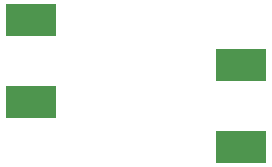
<source format=gbr>
G04 EAGLE Gerber RS-274X export*
G75*
%MOMM*%
%FSLAX34Y34*%
%LPD*%
%INSolderpaste Bottom*%
%IPPOS*%
%AMOC8*
5,1,8,0,0,1.08239X$1,22.5*%
G01*
%ADD10R,4.191000X2.667000*%


D10*
X21154Y81894D03*
X21154Y151786D03*
X198846Y113686D03*
X198846Y43794D03*
M02*

</source>
